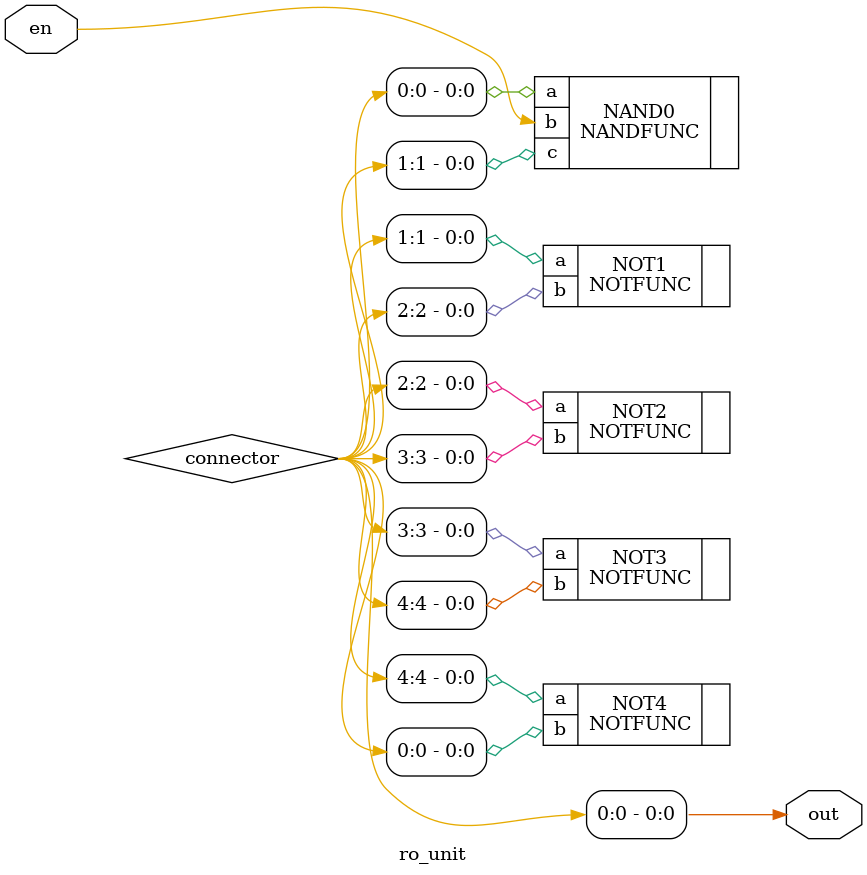
<source format=v>
`timescale 1ns / 1ps

(*DONT_TOUCH*)
module ro_unit (
 input en,
 output reg out
);

(* keep = "true" *) wire[4:0] connector;

(* keep_hierarchy = "yes" *)NANDFUNC NAND0  (.a(connector[0]), .b(en), .c(connector[1]));
(* keep_hierarchy = "yes" *)NOTFUNC NOT1   (.a(connector[1]), .b(connector[2]));
(* keep_hierarchy = "yes" *)NOTFUNC NOT2   (.a(connector[2]), .b(connector[3])); 
(* keep_hierarchy = "yes" *)NOTFUNC NOT3   (.a(connector[3]), .b(connector[4])); 
(* keep_hierarchy = "yes" *)NOTFUNC NOT4   (.a(connector[4]), .b(connector[0])); 

always@(*) begin
   out= connector[0];
end
 
endmodule

</source>
